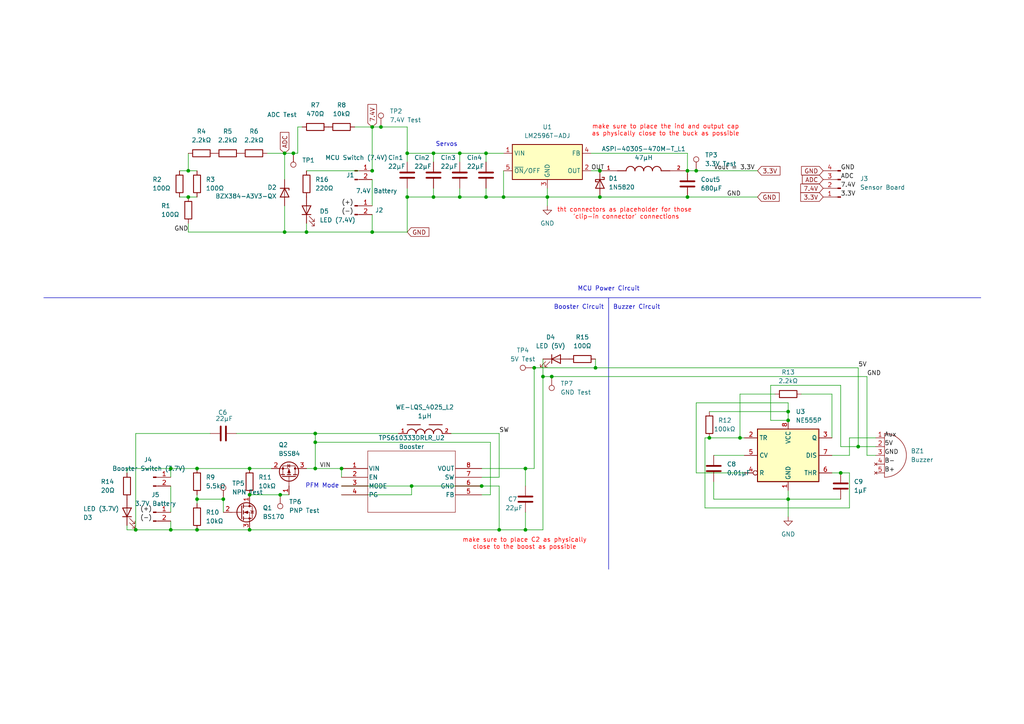
<source format=kicad_sch>
(kicad_sch (version 20231120) (generator "eeschema") (generator_version "8.0")
  (paper "A4")
  (lib_symbols
    (symbol "ASPI-4030S-470M-T:ASPI-4030S-470M-T" (pin_names (offset 1.016))
      (property "Reference" "L" (at -10.16 5.08 0))
      (property "Value" "ASPI-4030S-470M-T" (at -10.16 -5.08 0))
      (symbol "ASPI-4030S-470M-T_0_0"
        (arc (start -2.54 0) (mid -3.81 1.2645) (end -5.08 0) (stroke (width 0.254)))
        (arc (start 0 0) (mid -1.27 1.2645) (end -2.54 0) (stroke (width 0.254)))
        (polyline (pts (xy -5.08 0) (xy -7.62 0)) (stroke (width 0.254)))
        (polyline (pts (xy 5.08 0) (xy 7.62 0)) (stroke (width 0.254)))
        (arc (start 2.54 0) (mid 1.27 1.2645) (end 0 0) (stroke (width 0.254)))
        (arc (start 5.08 0) (mid 3.81 1.2645) (end 2.54 0) (stroke (width 0.254)))
        (pin passive line (at -12.7 0 0) (length 5.08) (name "~") (number "1"))
        (pin passive line (at 12.7 0 180) (length 5.08) (name "~") (number "2"))
      )
    )
    (symbol "Connector:Conn_01x02_Pin" (pin_names (offset 1.016) hide)
      (property "Reference" "J" (at 0 2.54 0))
      (property "Value" "Conn_01x02_Pin" (at 0 -5.08 0))
      (symbol "Conn_01x02_Pin_1_1"
        (polyline (pts (xy 1.27 -2.54) (xy 0.8636 -2.54)) (stroke (width 0.1524)))
        (polyline (pts (xy 1.27 0) (xy 0.8636 0)) (stroke (width 0.1524)))
        (rectangle (start 0.8636 -2.413) (end 0 -2.667) (stroke (width 0.1524)) (fill (type outline)))
        (rectangle (start 0.8636 0.127) (end 0 -0.127) (stroke (width 0.1524)) (fill (type outline)))
        (pin passive line (at 5.08 0 180) (length 3.81) (name "Pin_1") (number "1"))
        (pin passive line (at 5.08 -2.54 180) (length 3.81) (name "Pin_2") (number "2"))
      )
    )
    (symbol "Connector:Conn_01x04_Pin" (pin_names (offset 1.016) hide)
      (property "Reference" "J" (at 0 5.08 0))
      (property "Value" "Conn_01x04_Pin" (at 0 -7.62 0))
      (symbol "Conn_01x04_Pin_1_1"
        (polyline (pts (xy 1.27 -5.08) (xy 0.8636 -5.08)) (stroke (width 0.1524)))
        (polyline (pts (xy 1.27 -2.54) (xy 0.8636 -2.54)) (stroke (width 0.1524)))
        (polyline (pts (xy 1.27 0) (xy 0.8636 0)) (stroke (width 0.1524)))
        (polyline (pts (xy 1.27 2.54) (xy 0.8636 2.54)) (stroke (width 0.1524)))
        (rectangle (start 0.8636 -4.953) (end 0 -5.207) (stroke (width 0.1524)) (fill (type outline)))
        (rectangle (start 0.8636 -2.413) (end 0 -2.667) (stroke (width 0.1524)) (fill (type outline)))
        (rectangle (start 0.8636 0.127) (end 0 -0.127) (stroke (width 0.1524)) (fill (type outline)))
        (rectangle (start 0.8636 2.667) (end 0 2.413) (stroke (width 0.1524)) (fill (type outline)))
        (pin passive line (at 5.08 2.54 180) (length 3.81) (name "Pin_1") (number "1"))
        (pin passive line (at 5.08 0 180) (length 3.81) (name "Pin_2") (number "2"))
        (pin passive line (at 5.08 -2.54 180) (length 3.81) (name "Pin_3") (number "3"))
        (pin passive line (at 5.08 -5.08 180) (length 3.81) (name "Pin_4") (number "4"))
      )
    )
    (symbol "Connector:TestPoint" (pin_numbers hide) (pin_names (offset 0.762) hide)
      (property "Reference" "TP" (at 0 6.858 0))
      (property "Value" "TestPoint" (at 0 5.08 0))
      (symbol "TestPoint_0_1"
        (circle (center 0 3.302) (radius 0.762))
      )
      (symbol "TestPoint_1_1"
        (pin passive line (at 0 0 90) (length 2.54) (name "1") (number "1"))
      )
    )
    (symbol "Device:Buzzer" (pin_names (offset 0.0254) hide)
      (property "Reference" "BZ1" (at 7.62 -1.27 0))
      (property "Value" "Buzzer" (at 7.62 -3.81 0))
      (symbol "Buzzer_0_1"
        (arc (start 0 -8.89) (mid 6.35 -2.54) (end 0 3.81))
        (polyline (pts (xy 0 3.81) (xy 0 -8.89)))
      )
      (symbol "Buzzer_1_1"
        (pin passive line (at -2.54 2.54 0) (length 2.54) (name "Aux") (number "1"))
        (pin power_in line (at -2.54 0 0) (length 2.54) (name "5V") (number "2"))
        (pin power_in line (at -2.54 -2.54 0) (length 2.54) (name "G") (number "3"))
        (pin no_connect line (at -2.54 -5.08 0) (length 2.54) (name "B") (number "4"))
        (pin no_connect line (at -2.54 -7.62 0) (length 2.54) (name "") (number "5"))
      )
    )
    (symbol "Device:C" (pin_numbers hide) (pin_names (offset 0.254))
      (property "Reference" "C" (at 0.635 2.54 0))
      (property "Value" "C" (at 0.635 -2.54 0))
      (symbol "C_0_1"
        (polyline (pts (xy -2.032 -0.762) (xy 2.032 -0.762)) (stroke (width 0.508)))
        (polyline (pts (xy -2.032 0.762) (xy 2.032 0.762)) (stroke (width 0.508)))
      )
      (symbol "C_1_1"
        (pin passive line (at 0 3.81 270) (length 2.794) (name "~") (number "1"))
        (pin passive line (at 0 -3.81 90) (length 2.794) (name "~") (number "2"))
      )
    )
    (symbol "Device:D_Schottky" (pin_numbers hide) (pin_names (offset 1.016) hide)
      (property "Reference" "D" (at 0 2.54 0))
      (property "Value" "D_Schottky" (at 0 -2.54 0))
      (symbol "D_Schottky_0_1"
        (polyline (pts (xy 1.27 0) (xy -1.27 0)))
        (polyline (pts (xy 1.27 1.27) (xy 1.27 -1.27) (xy -1.27 0) (xy 1.27 1.27)) (stroke (width 0.254)))
        (polyline (pts (xy -1.905 0.635) (xy -1.905 1.27) (xy -1.27 1.27) (xy -1.27 -1.27) (xy -0.635 -1.27) (xy -0.635 -0.635)) (stroke (width 0.254)))
      )
      (symbol "D_Schottky_1_1"
        (pin passive line (at -3.81 0 0) (length 2.54) (name "K") (number "1"))
        (pin passive line (at 3.81 0 180) (length 2.54) (name "A") (number "2"))
      )
    )
    (symbol "Device:LED" (pin_numbers hide) (pin_names (offset 1.016) hide)
      (property "Reference" "D" (at 0 2.54 0))
      (property "Value" "LED" (at 0 -2.54 0))
      (symbol "LED_0_1"
        (polyline (pts (xy -1.27 -1.27) (xy -1.27 1.27)) (stroke (width 0.254)))
        (polyline (pts (xy -1.27 0) (xy 1.27 0)))
        (polyline (pts (xy 1.27 -1.27) (xy 1.27 1.27) (xy -1.27 0) (xy 1.27 -1.27)) (stroke (width 0.254)))
        (polyline (pts (xy -3.048 -0.762) (xy -4.572 -2.286) (xy -3.81 -2.286) (xy -4.572 -2.286) (xy -4.572 -1.524)))
        (polyline (pts (xy -1.778 -0.762) (xy -3.302 -2.286) (xy -2.54 -2.286) (xy -3.302 -2.286) (xy -3.302 -1.524)))
      )
      (symbol "LED_1_1"
        (pin passive line (at -3.81 0 0) (length 2.54) (name "K") (number "1"))
        (pin passive line (at 3.81 0 180) (length 2.54) (name "A") (number "2"))
      )
    )
    (symbol "Device:R" (pin_numbers hide) (pin_names (offset 0))
      (property "Reference" "R" (at 2.032 0 90))
      (property "Value" "R" (at 0 0 90))
      (symbol "R_0_1"
        (rectangle (start -1.016 -2.54) (end 1.016 2.54) (stroke (width 0.254)))
      )
      (symbol "R_1_1"
        (pin passive line (at 0 3.81 270) (length 1.27) (name "~") (number "1"))
        (pin passive line (at 0 -3.81 90) (length 1.27) (name "~") (number "2"))
      )
    )
    (symbol "Diode:1N47xxA" (pin_numbers hide) (pin_names hide)
      (property "Reference" "D" (at 0 2.54 0))
      (property "Value" "1N47xxA" (at 0 -2.54 0))
      (symbol "1N47xxA_0_1"
        (polyline (pts (xy 1.27 0) (xy -1.27 0)))
        (polyline (pts (xy -1.27 -1.27) (xy -1.27 1.27) (xy -0.762 1.27)) (stroke (width 0.254)))
        (polyline (pts (xy 1.27 -1.27) (xy 1.27 1.27) (xy -1.27 0) (xy 1.27 -1.27)) (stroke (width 0.254)))
      )
      (symbol "1N47xxA_1_1"
        (pin passive line (at -3.81 0 0) (length 2.54) (name "K") (number "1"))
        (pin passive line (at 3.81 0 180) (length 2.54) (name "A") (number "2"))
      )
    )
    (symbol "Regulator_Switching:LM2596T-ADJ"
      (property "Reference" "U" (at -10.16 6.35 0))
      (property "Value" "LM2596T-ADJ" (at 0 6.35 0))
      (symbol "LM2596T-ADJ_0_1"
        (rectangle (start -10.16 5.08) (end 10.16 -5.08) (stroke (width 0.254)) (fill (type background)))
      )
      (symbol "LM2596T-ADJ_1_1"
        (pin power_in line (at -12.7 2.54 0) (length 2.54) (name "VIN") (number "1"))
        (pin output line (at 12.7 -2.54 180) (length 2.54) (name "OUT") (number "2"))
        (pin power_in line (at 0 -7.62 90) (length 2.54) (name "GND") (number "3"))
        (pin input line (at 12.7 2.54 180) (length 2.54) (name "FB") (number "4"))
        (pin input line (at -12.7 -2.54 0) (length 2.54) (name "~{ON}/OFF") (number "5"))
      )
    )
    (symbol "TPS610333DRLR:TPS610333DRLR" (pin_names (offset 0.254))
      (property "Reference" "U" (at 20.32 10.16 0))
      (property "Value" "TPS610333DRLR" (at 20.32 7.62 0))
      (symbol "TPS610333DRLR_0_1"
        (polyline (pts (xy 7.62 -12.7) (xy 33.02 -12.7)) (stroke (width 0.127)))
        (polyline (pts (xy 7.62 5.08) (xy 7.62 -12.7)) (stroke (width 0.127)))
        (polyline (pts (xy 33.02 -12.7) (xy 33.02 5.08)) (stroke (width 0.127)))
        (polyline (pts (xy 33.02 5.08) (xy 7.62 5.08)) (stroke (width 0.127)))
        (pin input line (at 0 0 0) (length 7.62) (name "VIN") (number "1"))
        (pin input line (at 0 -2.54 0) (length 7.62) (name "EN") (number "2"))
        (pin input line (at 0 -5.08 0) (length 7.62) (name "MODE") (number "3"))
        (pin output line (at 0 -7.62 0) (length 7.62) (name "PG") (number "4"))
        (pin input line (at 40.64 -7.62 180) (length 7.62) (name "FB") (number "5"))
        (pin power_in line (at 40.64 -5.08 180) (length 7.62) (name "GND") (number "6"))
        (pin power_in line (at 40.64 -2.54 180) (length 7.62) (name "SW") (number "7"))
        (pin power_in line (at 40.64 0 180) (length 7.62) (name "VOUT") (number "8"))
      )
    )
    (symbol "Timer:NE555P"
      (property "Reference" "U" (at -10.16 8.89 0))
      (property "Value" "NE555P" (at 2.54 8.89 0))
      (symbol "NE555P_0_0"
        (pin power_in line (at 0 -10.16 90) (length 2.54) (name "GND") (number "1"))
        (pin power_in line (at 0 10.16 270) (length 2.54) (name "VCC") (number "8"))
      )
      (symbol "NE555P_0_1"
        (rectangle (start -8.89 -7.62) (end 8.89 7.62) (stroke (width 0.254)) (fill (type background)))
        (rectangle (start -8.89 -7.62) (end 8.89 7.62) (stroke (width 0.254)) (fill (type background)))
      )
      (symbol "NE555P_1_1"
        (pin input line (at -12.7 5.08 0) (length 3.81) (name "TR") (number "2"))
        (pin output line (at 12.7 5.08 180) (length 3.81) (name "Q") (number "3"))
        (pin input inverted (at -12.7 -5.08 0) (length 3.81) (name "R") (number "4"))
        (pin input line (at -12.7 0 0) (length 3.81) (name "CV") (number "5"))
        (pin input line (at 12.7 -5.08 180) (length 3.81) (name "THR") (number "6"))
        (pin input line (at 12.7 0 180) (length 3.81) (name "DIS") (number "7"))
      )
    )
    (symbol "Transistor_FET:BS170" (pin_names hide)
      (property "Reference" "Q" (at 5.08 1.905 0))
      (property "Value" "BS170" (at 5.08 0 0))
      (symbol "BS170_0_1"
        (polyline (pts (xy 0.254 0) (xy -2.54 0)))
        (polyline (pts (xy 0.254 1.905) (xy 0.254 -1.905)) (stroke (width 0.254)))
        (polyline (pts (xy 0.762 -1.27) (xy 0.762 -2.286)) (stroke (width 0.254)))
        (polyline (pts (xy 0.762 0.508) (xy 0.762 -0.508)) (stroke (width 0.254)))
        (polyline (pts (xy 0.762 2.286) (xy 0.762 1.27)) (stroke (width 0.254)))
        (polyline (pts (xy 2.54 2.54) (xy 2.54 1.778)))
        (polyline (pts (xy 2.54 -2.54) (xy 2.54 0) (xy 0.762 0)))
        (polyline (pts (xy 0.762 -1.778) (xy 3.302 -1.778) (xy 3.302 1.778) (xy 0.762 1.778)))
        (polyline (pts (xy 1.016 0) (xy 2.032 0.381) (xy 2.032 -0.381) (xy 1.016 0)) (fill (type outline)))
        (polyline (pts (xy 2.794 0.508) (xy 2.921 0.381) (xy 3.683 0.381) (xy 3.81 0.254)))
        (polyline (pts (xy 3.302 0.381) (xy 2.921 -0.254) (xy 3.683 -0.254) (xy 3.302 0.381)))
        (circle (center 1.651 0) (radius 2.794) (stroke (width 0.254)))
        (circle (center 2.54 -1.778) (radius 0.254) (fill (type outline)))
        (circle (center 2.54 1.778) (radius 0.254) (fill (type outline)))
      )
      (symbol "BS170_1_1"
        (pin passive line (at 2.54 5.08 270) (length 2.54) (name "D") (number "1"))
        (pin input line (at -5.08 0 0) (length 2.54) (name "G") (number "2"))
        (pin passive line (at 2.54 -5.08 90) (length 2.54) (name "S") (number "3"))
      )
    )
    (symbol "Transistor_FET:FDN340P" (pin_names hide)
      (property "Reference" "Q" (at 5.08 1.905 0))
      (property "Value" "FDN340P" (at 5.08 0 0))
      (symbol "FDN340P_0_1"
        (polyline (pts (xy 0.254 0) (xy -2.54 0)))
        (polyline (pts (xy 0.254 1.905) (xy 0.254 -1.905)) (stroke (width 0.254)))
        (polyline (pts (xy 0.762 -1.27) (xy 0.762 -2.286)) (stroke (width 0.254)))
        (polyline (pts (xy 0.762 0.508) (xy 0.762 -0.508)) (stroke (width 0.254)))
        (polyline (pts (xy 0.762 2.286) (xy 0.762 1.27)) (stroke (width 0.254)))
        (polyline (pts (xy 2.54 2.54) (xy 2.54 1.778)))
        (polyline (pts (xy 2.54 -2.54) (xy 2.54 0) (xy 0.762 0)))
        (polyline (pts (xy 0.762 1.778) (xy 3.302 1.778) (xy 3.302 -1.778) (xy 0.762 -1.778)))
        (polyline (pts (xy 2.286 0) (xy 1.27 0.381) (xy 1.27 -0.381) (xy 2.286 0)) (fill (type outline)))
        (polyline (pts (xy 2.794 -0.508) (xy 2.921 -0.381) (xy 3.683 -0.381) (xy 3.81 -0.254)))
        (polyline (pts (xy 3.302 -0.381) (xy 2.921 0.254) (xy 3.683 0.254) (xy 3.302 -0.381)))
        (circle (center 1.651 0) (radius 2.794) (stroke (width 0.254)))
        (circle (center 2.54 -1.778) (radius 0.254) (fill (type outline)))
        (circle (center 2.54 1.778) (radius 0.254) (fill (type outline)))
      )
      (symbol "FDN340P_1_1"
        (pin input line (at -5.08 0 0) (length 2.54) (name "G") (number "1"))
        (pin passive line (at 2.54 -5.08 90) (length 2.54) (name "S") (number "2"))
        (pin passive line (at 2.54 5.08 270) (length 2.54) (name "D") (number "3"))
      )
    )
    (symbol "WE-LQS_4025:WE-LQS_4025" (pin_names (offset 1.016))
      (property "Reference" "L" (at 0 3.81 0))
      (property "Value" "WE-LQS_4025" (at 0 -2.54 0))
      (symbol "WE-LQS_4025_0_0"
        (arc (start -2.54 0) (mid -3.81 1.2645) (end -5.08 0) (stroke (width 0.254)))
        (arc (start 0 0) (mid -1.27 1.2645) (end -2.54 0) (stroke (width 0.254)))
        (polyline (pts (xy -5.08 2.54) (xy -1.27 2.54)) (stroke (width 0.254)))
        (polyline (pts (xy 1.27 2.54) (xy 5.08 2.54)) (stroke (width 0.254)))
        (arc (start 2.54 0) (mid 1.27 1.2645) (end 0 0) (stroke (width 0.254)))
        (arc (start 5.08 0) (mid 3.81 1.2645) (end 2.54 0) (stroke (width 0.254)))
        (pin passive line (at -7.62 0 0) (length 2.54) (name "~") (number "1"))
        (pin passive line (at 7.62 0 180) (length 2.54) (name "~") (number "2"))
      )
    )
    (symbol "power:GND" (power) (pin_names (offset 0))
      (property "Value" "GND" (at 0 -3.81 0))
      (symbol "GND_0_1"
        (polyline (pts (xy 0 0) (xy 0 -1.27) (xy 1.27 -1.27) (xy 0 -2.54) (xy -1.27 -1.27) (xy 0 -1.27)))
      )
      (symbol "GND_1_1"
        (pin power_in line (at 0 0 270) (length 0) hide (name "GND") (number "1"))
      )
    )
  )
  (junction (at 110.49 36.83))
  (junction (at 85.09 44.45))
  (junction (at 133.35 57.15))
  (junction (at 199.39 57.15))
  (junction (at 118.11 44.45))
  (junction (at 49.53 153.67))
  (junction (at 54.61 57.15))
  (junction (at 214.63 127))
  (junction (at 173.99 57.15))
  (junction (at 82.55 67.31))
  (junction (at 152.4 153.67))
  (junction (at 49.53 135.89))
  (junction (at 125.73 57.15))
  (junction (at 118.11 57.15))
  (junction (at 172.72 106.68))
  (junction (at 119.38 140.97))
  (junction (at 144.78 153.67))
  (junction (at 228.6 121.92))
  (junction (at 125.73 44.45))
  (junction (at 57.15 135.89))
  (junction (at 248.92 129.54))
  (junction (at 160.02 109.22))
  (junction (at 133.35 44.45))
  (junction (at 228.6 144.78))
  (junction (at 99.06 135.89))
  (junction (at 152.4 135.89))
  (junction (at 107.95 49.53))
  (junction (at 107.95 67.31))
  (junction (at 57.15 153.67))
  (junction (at 199.39 49.53))
  (junction (at 140.97 44.45))
  (junction (at 82.55 44.45))
  (junction (at 91.44 125.73))
  (junction (at 88.9 67.31))
  (junction (at 228.6 119.38))
  (junction (at 57.15 144.78))
  (junction (at 72.39 153.67))
  (junction (at 39.37 153.67))
  (junction (at 158.75 57.15))
  (junction (at 139.7 140.97))
  (junction (at 54.61 49.53))
  (junction (at 64.77 144.78))
  (junction (at 107.95 36.83))
  (junction (at 72.39 143.51))
  (junction (at 140.97 57.15))
  (junction (at 205.74 127))
  (junction (at 72.39 135.89))
  (junction (at 173.99 49.53))
  (junction (at 91.44 135.89))
  (junction (at 201.93 49.53))
  (junction (at 146.05 57.15))
  (junction (at 154.94 106.68))
  (junction (at 243.84 137.16))
  (junction (at 91.44 128.27))
  (junction (at 81.28 143.51))
  (junction (at 157.48 109.22))
  (wire (pts (xy 199.39 57.15) (xy 219.71 57.15)))
  (wire (pts (xy 118.11 44.45) (xy 118.11 46.99)))
  (wire (pts (xy 246.38 132.08) (xy 246.38 127)))
  (wire (pts (xy 160.02 109.22) (xy 251.46 109.22)))
  (wire (pts (xy 36.83 135.89) (xy 49.53 135.89)))
  (wire (pts (xy 119.38 143.51) (xy 119.38 140.97)))
  (wire (pts (xy 99.06 135.89) (xy 99.06 138.43)))
  (wire (pts (xy 57.15 144.78) (xy 57.15 143.51)))
  (wire (pts (xy 152.4 135.89) (xy 154.94 135.89)))
  (wire (pts (xy 144.78 140.97) (xy 144.78 153.67)))
  (wire (pts (xy 57.15 153.67) (xy 72.39 153.67)))
  (wire (pts (xy 172.72 104.14) (xy 172.72 106.68)))
  (wire (pts (xy 241.3 114.3) (xy 241.3 127)))
  (wire (pts (xy 107.95 52.07) (xy 107.95 59.69)))
  (wire (pts (xy 102.87 36.83) (xy 107.95 36.83)))
  (wire (pts (xy 152.4 153.67) (xy 157.48 153.67)))
  (wire (pts (xy 72.39 135.89) (xy 78.74 135.89)))
  (wire (pts (xy 204.47 127) (xy 204.47 147.32)))
  (wire (pts (xy 248.92 129.54) (xy 254 129.54)))
  (wire (pts (xy 251.46 109.22) (xy 251.46 132.08)))
  (wire (pts (xy 52.07 49.53) (xy 54.61 49.53)))
  (wire (pts (xy 251.46 132.08) (xy 254 132.08)))
  (wire (pts (xy 144.78 153.67) (xy 152.4 153.67)))
  (wire (pts (xy 81.28 143.51) (xy 83.82 143.51)))
  (wire (pts (xy 49.53 153.67) (xy 49.53 151.13)))
  (wire (pts (xy 88.9 49.53) (xy 107.95 49.53)))
  (wire (pts (xy 107.95 49.53) (xy 107.95 36.83)))
  (wire (pts (xy 118.11 57.15) (xy 125.73 57.15)))
  (wire (pts (xy 139.7 135.89) (xy 152.4 135.89)))
  (wire (pts (xy 201.93 116.84) (xy 201.93 137.16)))
  (wire (pts (xy 49.53 135.89) (xy 57.15 135.89)))
  (wire (pts (xy 49.53 135.89) (xy 49.53 138.43)))
  (wire (pts (xy 241.3 137.16) (xy 243.84 137.16)))
  (wire (pts (xy 88.9 67.31) (xy 107.95 67.31)))
  (wire (pts (xy 36.83 153.67) (xy 39.37 153.67)))
  (wire (pts (xy 125.73 57.15) (xy 133.35 57.15)))
  (wire (pts (xy 144.78 138.43) (xy 139.7 138.43)))
  (wire (pts (xy 204.47 147.32) (xy 246.38 147.32)))
  (wire (pts (xy 107.95 62.23) (xy 107.95 67.31)))
  (polyline (pts (xy 176.53 86.36) (xy 176.53 165.1)))
  (wire (pts (xy 171.45 44.45) (xy 199.39 44.45)))
  (wire (pts (xy 118.11 57.15) (xy 118.11 67.31)))
  (wire (pts (xy 107.95 36.83) (xy 110.49 36.83)))
  (wire (pts (xy 82.55 44.45) (xy 82.55 52.07)))
  (wire (pts (xy 140.97 44.45) (xy 140.97 46.99)))
  (wire (pts (xy 140.97 54.61) (xy 140.97 57.15)))
  (wire (pts (xy 152.4 135.89) (xy 152.4 140.97)))
  (wire (pts (xy 228.6 119.38) (xy 228.6 121.92)))
  (wire (pts (xy 118.11 57.15) (xy 118.11 54.61)))
  (polyline (pts (xy 12.7 86.36) (xy 284.48 86.36)))
  (wire (pts (xy 88.9 135.89) (xy 91.44 135.89)))
  (wire (pts (xy 228.6 119.38) (xy 228.6 116.84)))
  (wire (pts (xy 223.52 111.76) (xy 243.84 111.76)))
  (wire (pts (xy 207.01 139.7) (xy 207.01 144.78)))
  (wire (pts (xy 72.39 153.67) (xy 144.78 153.67)))
  (wire (pts (xy 157.48 109.22) (xy 157.48 153.67)))
  (wire (pts (xy 172.72 106.68) (xy 248.92 106.68)))
  (wire (pts (xy 228.6 144.78) (xy 228.6 149.86)))
  (wire (pts (xy 107.95 67.31) (xy 118.11 67.31)))
  (wire (pts (xy 57.15 135.89) (xy 72.39 135.89)))
  (wire (pts (xy 39.37 125.73) (xy 60.96 125.73)))
  (wire (pts (xy 144.78 125.73) (xy 144.78 138.43)))
  (wire (pts (xy 142.24 143.51) (xy 142.24 128.27)))
  (wire (pts (xy 86.36 44.45) (xy 85.09 44.45)))
  (wire (pts (xy 173.99 57.15) (xy 199.39 57.15)))
  (wire (pts (xy 49.53 140.97) (xy 49.53 148.59)))
  (wire (pts (xy 158.75 57.15) (xy 158.75 54.61)))
  (wire (pts (xy 118.11 44.45) (xy 125.73 44.45)))
  (wire (pts (xy 82.55 59.69) (xy 82.55 67.31)))
  (wire (pts (xy 152.4 148.59) (xy 152.4 153.67)))
  (wire (pts (xy 243.84 137.16) (xy 246.38 137.16)))
  (wire (pts (xy 77.47 44.45) (xy 82.55 44.45)))
  (wire (pts (xy 54.61 44.45) (xy 54.61 49.53)))
  (wire (pts (xy 91.44 125.73) (xy 91.44 128.27)))
  (wire (pts (xy 86.36 36.83) (xy 86.36 44.45)))
  (wire (pts (xy 140.97 57.15) (xy 146.05 57.15)))
  (wire (pts (xy 140.97 44.45) (xy 146.05 44.45)))
  (wire (pts (xy 133.35 44.45) (xy 133.35 46.99)))
  (wire (pts (xy 214.63 127) (xy 214.63 114.3)))
  (wire (pts (xy 214.63 127) (xy 215.9 127)))
  (wire (pts (xy 133.35 54.61) (xy 133.35 57.15)))
  (wire (pts (xy 146.05 49.53) (xy 146.05 57.15)))
  (wire (pts (xy 125.73 44.45) (xy 133.35 44.45)))
  (wire (pts (xy 99.06 140.97) (xy 119.38 140.97)))
  (wire (pts (xy 54.61 64.77) (xy 54.61 67.31)))
  (wire (pts (xy 110.49 36.83) (xy 118.11 36.83)))
  (wire (pts (xy 243.84 129.54) (xy 248.92 129.54)))
  (wire (pts (xy 246.38 127) (xy 254 127)))
  (wire (pts (xy 201.93 49.53) (xy 219.71 49.53)))
  (wire (pts (xy 133.35 44.45) (xy 140.97 44.45)))
  (wire (pts (xy 88.9 64.77) (xy 88.9 67.31)))
  (wire (pts (xy 199.39 49.53) (xy 201.93 49.53)))
  (wire (pts (xy 214.63 114.3) (xy 224.79 114.3)))
  (wire (pts (xy 205.74 127) (xy 204.47 127)))
  (wire (pts (xy 91.44 135.89) (xy 99.06 135.89)))
  (wire (pts (xy 91.44 125.73) (xy 115.57 125.73)))
  (wire (pts (xy 205.74 119.38) (xy 228.6 119.38)))
  (wire (pts (xy 57.15 49.53) (xy 54.61 49.53)))
  (wire (pts (xy 64.77 144.78) (xy 64.77 148.59)))
  (wire (pts (xy 228.6 144.78) (xy 243.84 144.78)))
  (wire (pts (xy 171.45 49.53) (xy 173.99 49.53)))
  (wire (pts (xy 144.78 140.97) (xy 139.7 140.97)))
  (wire (pts (xy 54.61 67.31) (xy 82.55 67.31)))
  (wire (pts (xy 205.74 127) (xy 214.63 127)))
  (wire (pts (xy 119.38 140.97) (xy 139.7 140.97)))
  (wire (pts (xy 146.05 57.15) (xy 158.75 57.15)))
  (wire (pts (xy 125.73 54.61) (xy 125.73 57.15)))
  (wire (pts (xy 215.9 132.08) (xy 207.01 132.08)))
  (wire (pts (xy 157.48 109.22) (xy 160.02 109.22)))
  (wire (pts (xy 82.55 44.45) (xy 85.09 44.45)))
  (wire (pts (xy 130.81 125.73) (xy 144.78 125.73)))
  (wire (pts (xy 248.92 106.68) (xy 248.92 129.54)))
  (wire (pts (xy 36.83 152.4) (xy 36.83 153.67)))
  (wire (pts (xy 158.75 57.15) (xy 158.75 59.69)))
  (wire (pts (xy 49.53 153.67) (xy 57.15 153.67)))
  (wire (pts (xy 57.15 144.78) (xy 57.15 146.05)))
  (wire (pts (xy 228.6 116.84) (xy 201.93 116.84)))
  (wire (pts (xy 232.41 114.3) (xy 241.3 114.3)))
  (wire (pts (xy 139.7 143.51) (xy 142.24 143.51)))
  (wire (pts (xy 154.94 135.89) (xy 154.94 106.68)))
  (wire (pts (xy 158.75 57.15) (xy 173.99 57.15)))
  (wire (pts (xy 91.44 128.27) (xy 142.24 128.27)))
  (wire (pts (xy 228.6 142.24) (xy 228.6 144.78)))
  (wire (pts (xy 243.84 111.76) (xy 243.84 129.54)))
  (wire (pts (xy 54.61 57.15) (xy 57.15 57.15)))
  (wire (pts (xy 91.44 128.27) (xy 91.44 135.89)))
  (wire (pts (xy 57.15 144.78) (xy 64.77 144.78)))
  (wire (pts (xy 223.52 121.92) (xy 223.52 111.76)))
  (wire (pts (xy 39.37 153.67) (xy 49.53 153.67)))
  (wire (pts (xy 68.58 125.73) (xy 91.44 125.73)))
  (wire (pts (xy 246.38 147.32) (xy 246.38 137.16)))
  (wire (pts (xy 118.11 36.83) (xy 118.11 44.45)))
  (wire (pts (xy 99.06 143.51) (xy 119.38 143.51)))
  (wire (pts (xy 72.39 143.51) (xy 81.28 143.51)))
  (wire (pts (xy 201.93 137.16) (xy 215.9 137.16)))
  (wire (pts (xy 36.83 137.16) (xy 36.83 135.89)))
  (wire (pts (xy 125.73 44.45) (xy 125.73 46.99)))
  (wire (pts (xy 52.07 57.15) (xy 54.61 57.15)))
  (wire (pts (xy 228.6 121.92) (xy 223.52 121.92)))
  (wire (pts (xy 133.35 57.15) (xy 140.97 57.15)))
  (wire (pts (xy 207.01 144.78) (xy 228.6 144.78)))
  (wire (pts (xy 199.39 44.45) (xy 199.39 49.53)))
  (wire (pts (xy 39.37 125.73) (xy 39.37 153.67)))
  (wire (pts (xy 154.94 106.68) (xy 172.72 106.68)))
  (wire (pts (xy 86.36 36.83) (xy 87.63 36.83)))
  (wire (pts (xy 82.55 67.31) (xy 88.9 67.31)))
  (wire (pts (xy 157.48 104.14) (xy 157.48 109.22)))
  (wire (pts (xy 246.38 132.08) (xy 241.3 132.08)))
  (text "Buzzer Circuit" (at 184.658 89.154 0) (effects (font (size 1.27 1.27))))
  (text "tht connectors as placeholder for those \n'clip-in connector' connections" (at 181.61 61.976 0) (effects (font (size 1.27 1.27))))
  (text "Booster Circuit" (at 167.894 89.154 0) (effects (font (size 1.27 1.27))))
  (text "Servos" (at 129.54 41.91 0) (effects (font (size 1.27 1.27))))
  (text "PFM Mode" (at 93.472 140.97 0) (effects (font (size 1.27 1.27))))
  (text "make sure to place C2 as physically\nclose to the boost as possible" (at 152.146 157.734 0) (effects (font (size 1.27 1.27))))
  (text "make sure to place the ind and output cap\nas physically close to the buck as possible" (at 193.04 37.846 0) (effects (font (size 1.27 1.27))))
  (text "MCU Power Circuit" (at 176.53 83.82 0) (effects (font (size 1.27 1.27))))
  (label "5V" (at 248.92 106.68 0))
  (label "GND" (at 243.84 49.53 0))
  (label "Aux" (at 256.54 127 0))
  (label "3.3V" (at 243.84 57.15 0))
  (label "GND" (at 256.54 132.08 0))
  (label "Vout = 3.3V" (at 207.01 49.53 0))
  (label "GND" (at 54.61 67.31 180))
  (label "VIN" (at 92.71 135.89 0))
  (label "SW" (at 144.78 125.73 0))
  (label "(+)" (at 99.06 59.69 0))
  (label "(-)" (at 99.06 62.23 0))
  (label "GND" (at 251.46 109.22 0))
  (label "B-" (at 256.54 134.62 0))
  (label "B+" (at 256.54 137.16 0))
  (label "ADC" (at 243.84 52.07 0))
  (label "(+)" (at 40.64 148.59 0))
  (label "(-)" (at 40.64 151.13 0))
  (label "GND" (at 210.82 57.15 0))
  (label "7.4V" (at 243.84 54.61 0))
  (label "5V" (at 256.54 129.54 0))
  (label "OUT" (at 171.45 49.53 0))
  (global_label "7.4V" (shape input) (at 107.95 36.83 90) (property "Intersheetrefs" "${INTERSHEET_REFS}" (effects (hide yes))))
  (global_label "GND" (shape input) (at 238.76 49.53 180) (property "Intersheetrefs" "${INTERSHEET_REFS}" (effects (hide yes))))
  (global_label "ADC" (shape input) (at 238.76 52.07 180) (property "Intersheetrefs" "${INTERSHEET_REFS}" (effects (hide yes))))
  (global_label "3.3V" (shape input) (at 219.71 49.53 0) (property "Intersheetrefs" "${INTERSHEET_REFS}" (effects (hide yes))))
  (global_label "GND" (shape input) (at 219.71 57.15 0) (property "Intersheetrefs" "${INTERSHEET_REFS}" (effects (hide yes))))
  (global_label "7.4V" (shape input) (at 238.76 54.61 180) (property "Intersheetrefs" "${INTERSHEET_REFS}" (effects (hide yes))))
  (global_label "3.3V" (shape input) (at 238.76 57.15 180) (property "Intersheetrefs" "${INTERSHEET_REFS}" (effects (hide yes))))
  (global_label "GND" (shape input) (at 118.11 67.31 0) (property "Intersheetrefs" "${INTERSHEET_REFS}" (effects (hide yes))))
  (global_label "ADC" (shape input) (at 82.55 44.45 90) (property "Intersheetrefs" "${INTERSHEET_REFS}" (effects (hide yes))))
  (symbol (lib_id "Connector:TestPoint") (at 81.28 143.51 180) (unit 1)
    (property "Reference" "TP6" (at 83.82 145.5419 0) (effects (justify right)))
    (property "Value" "PNP Test" (at 83.82 148.0819 0) (effects (justify right)))
    (property "Footprint" "TestPoint:TestPoint_THTPad_2.0x2.0mm_Drill1.0mm" (effects (hide yes)))
    (property "Description" "test point" (effects (hide yes)))
  )
  (symbol (lib_id "Device:C") (at 152.4 144.78 0) (unit 1)
    (property "Reference" "C7" (at 147.32 144.78 0) (effects (justify left)))
    (property "Value" "22μF" (at 146.558 147.32 0) (effects (justify left)))
    (property "Footprint" "Capacitor_SMD:C_0805_2012Metric_Pad1.18x1.45mm_HandSolder" (effects (hide yes)))
    (property "Datasheet" "https://mm.digikey.com/Volume0/opasdata/d220001/medias/docus/339/CL21A226MAYNNNE_Spec.pdf" (effects (hide yes)))
    (property "Description" "Unpolarized capacitor" (effects (hide yes)))
  )
  (symbol (lib_id "Device:LED") (at 36.83 148.59 90) (unit 1)
    (property "Reference" "D3" (at 24.13 150.114 90) (effects (justify right)))
    (property "Value" "LED (3.7V)" (at 24.13 147.574 90) (effects (justify right)))
    (property "Footprint" "DigiKey:WL-SMCW_0603" (effects (hide yes)))
    (property "Description" "Light emitting diode" (effects (hide yes)))
  )
  (symbol (lib_id "Connector:TestPoint") (at 64.77 144.78 0) (unit 1)
    (property "Reference" "TP5" (at 67.31 140.2079 0) (effects (justify left)))
    (property "Value" "NPN Test" (at 67.31 142.7479 0) (effects (justify left)))
    (property "Footprint" "TestPoint:TestPoint_THTPad_2.0x2.0mm_Drill1.0mm" (effects (hide yes)))
    (property "Description" "test point" (effects (hide yes)))
  )
  (symbol (lib_id "Device:C") (at 140.97 50.8 0) (unit 1)
    (property "Reference" "Cin4" (at 135.382 45.72 0) (effects (justify left)))
    (property "Value" "22μF" (at 135.382 48.26 0) (effects (justify left)))
    (property "Footprint" "Capacitor_SMD:C_0805_2012Metric_Pad1.18x1.45mm_HandSolder" (effects (hide yes)))
    (property "Datasheet" "https://mm.digikey.com/Volume0/opasdata/d220001/medias/docus/339/CL21A226MAYNNNE_Spec.pdf" (effects (hide yes)))
    (property "Description" "Unpolarized capacitor" (effects (hide yes)))
  )
  (symbol (lib_id "Device:R") (at 72.39 139.7 0) (unit 1)
    (property "Reference" "R11" (at 74.93 138.4299 0) (effects (justify left)))
    (property "Value" "10kΩ" (at 74.93 140.9699 0) (effects (justify left)))
    (property "Footprint" "Resistor_THT:R_Axial_DIN0207_L6.3mm_D2.5mm_P7.62mm_Horizontal" (effects (hide yes)))
    (property "Description" "Resistor" (effects (hide yes)))
  )
  (symbol (lib_id "Connector:TestPoint") (at 160.02 109.22 180) (unit 1)
    (property "Reference" "TP7" (at 162.56 111.2519 0) (effects (justify right)))
    (property "Value" "GND Test" (at 162.56 113.7919 0) (effects (justify right)))
    (property "Footprint" "TestPoint:TestPoint_THTPad_2.0x2.0mm_Drill1.0mm" (effects (hide yes)))
    (property "Description" "test point" (effects (hide yes)))
  )
  (symbol (lib_id "Device:LED") (at 161.29 104.14 0) (unit 1)
    (property "Reference" "D4" (at 159.7025 97.79 0))
    (property "Value" "LED (5V)" (at 159.7025 100.33 0))
    (property "Footprint" "DigiKey:WL-SMCW_0603" (effects (hide yes)))
    (property "Description" "Light emitting diode" (effects (hide yes)))
  )
  (symbol (lib_id "Connector:TestPoint") (at 154.94 106.68 90) (unit 1)
    (property "Reference" "TP4" (at 151.638 101.6 90))
    (property "Value" "5V Test" (at 151.638 104.14 90))
    (property "Footprint" "TestPoint:TestPoint_THTPad_2.0x2.0mm_Drill1.0mm" (effects (hide yes)))
    (property "Description" "test point" (effects (hide yes)))
  )
  (symbol (lib_id "Timer:NE555P") (at 228.6 132.08 0) (unit 1)
    (property "Reference" "U3" (at 230.7941 119.38 0) (effects (justify left)))
    (property "Value" "NE555P" (at 230.7941 121.92 0) (effects (justify left)))
    (property "Footprint" "Package_DIP:DIP-8_W7.62mm" (effects (hide yes)))
    (property "Datasheet" "http://www.ti.com/lit/ds/symlink/ne555.pdf" (effects (hide yes)))
  )
  (symbol (lib_id "Connector:Conn_01x02_Pin") (at 44.45 148.59 0) (unit 1)
    (property "Reference" "J5" (at 45.085 143.51 0))
    (property "Value" "3.7V Battery" (at 45.085 146.05 0))
    (property "Footprint" "Connector_JST:JST_PH_B2B-PH-K_1x02_P2.00mm_Vertical" (effects (hide yes)))
    (property "Description" "Generic connector, single row, 01x02, script generated" (effects (hide yes)))
  )
  (symbol (lib_id "Device:C") (at 64.77 125.73 270) (unit 1)
    (property "Reference" "C6" (at 63.246 119.634 90) (effects (justify left)))
    (property "Value" "22μF" (at 62.484 121.412 90) (effects (justify left)))
    (property "Footprint" "Capacitor_SMD:C_0805_2012Metric_Pad1.18x1.45mm_HandSolder" (effects (hide yes)))
    (property "Datasheet" "https://mm.digikey.com/Volume0/opasdata/d220001/medias/docus/339/CL21A226MAYNNNE_Spec.pdf" (effects (hide yes)))
    (property "Description" "Unpolarized capacitor" (effects (hide yes)))
  )
  (symbol (lib_id "Device:R") (at 36.83 140.97 180) (unit 1)
    (property "Reference" "R14" (at 29.21 139.7 0) (effects (justify right)))
    (property "Value" "20Ω" (at 29.21 142.24 0) (effects (justify right)))
    (property "Footprint" "Resistor_SMD:R_0603_1608Metric_Pad0.98x0.95mm_HandSolder" (effects (hide yes)))
    (property "Description" "Resistor" (effects (hide yes)))
  )
  (symbol (lib_id "Device:C") (at 133.35 50.8 0) (unit 1)
    (property "Reference" "Cin3" (at 127.762 45.72 0) (effects (justify left)))
    (property "Value" "22μF" (at 127.762 48.26 0) (effects (justify left)))
    (property "Footprint" "Capacitor_SMD:C_0805_2012Metric_Pad1.18x1.45mm_HandSolder" (effects (hide yes)))
    (property "Datasheet" "https://mm.digikey.com/Volume0/opasdata/d220001/medias/docus/339/CL21A226MAYNNNE_Spec.pdf" (effects (hide yes)))
    (property "Description" "Unpolarized capacitor" (effects (hide yes)))
  )
  (symbol (lib_id "Device:R") (at 205.74 123.19 0) (unit 1)
    (property "Reference" "R12" (at 208.28 121.92 0) (effects (justify left)))
    (property "Value" "100kΩ" (at 207.01 124.46 0) (effects (justify left)))
    (property "Footprint" "Resistor_THT:R_Axial_DIN0207_L6.3mm_D2.5mm_P7.62mm_Horizontal" (effects (hide yes)))
  )
  (symbol (lib_id "Connector:Conn_01x02_Pin") (at 102.87 49.53 0) (unit 1)
    (property "Reference" "J1" (at 101.6 50.8 0))
    (property "Value" "MCU Switch (7.4V)" (at 103.378 45.72 0))
    (property "Footprint" "Connector_JST:JST_PH_B2B-PH-K_1x02_P2.00mm_Vertical" (effects (hide yes)))
    (property "Description" "Generic connector, single row, 01x02, script generated" (effects (hide yes)))
  )
  (symbol (lib_id "Connector:Conn_01x02_Pin") (at 44.45 138.43 0) (unit 1)
    (property "Reference" "J4" (at 42.926 133.35 0))
    (property "Value" "Booster Switch (3.7V)" (at 43.18 135.89 0))
    (property "Footprint" "Connector_JST:JST_PH_B2B-PH-K_1x02_P2.00mm_Vertical" (effects (hide yes)))
    (property "Description" "Generic connector, single row, 01x02, script generated" (effects (hide yes)))
  )
  (symbol (lib_id "Device:LED") (at 88.9 60.96 90) (unit 1)
    (property "Reference" "D5" (at 92.71 61.2774 90) (effects (justify right)))
    (property "Value" "LED (7.4V)" (at 92.71 63.8174 90) (effects (justify right)))
    (property "Footprint" "DigiKey:WL-SMCW_0603" (effects (hide yes)))
    (property "Description" "Light emitting diode" (effects (hide yes)))
  )
  (symbol (lib_id "Connector:TestPoint") (at 201.93 49.53 0) (unit 1)
    (property "Reference" "TP3" (at 204.47 44.9579 0) (effects (justify left)))
    (property "Value" "3.3V Test" (at 204.47 47.4979 0) (effects (justify left)))
    (property "Footprint" "TestPoint:TestPoint_THTPad_2.0x2.0mm_Drill1.0mm" (effects (hide yes)))
    (property "Description" "test point" (effects (hide yes)))
  )
  (symbol (lib_id "Device:R") (at 168.91 104.14 90) (unit 1)
    (property "Reference" "R15" (at 168.91 97.79 90))
    (property "Value" "100Ω" (at 168.91 100.33 90))
    (property "Footprint" "Resistor_SMD:R_0603_1608Metric_Pad0.98x0.95mm_HandSolder" (effects (hide yes)))
    (property "Description" "Resistor" (effects (hide yes)))
  )
  (symbol (lib_id "Device:R") (at 57.15 53.34 0) (unit 1)
    (property "Reference" "R3" (at 59.69 52.0699 0) (effects (justify left)))
    (property "Value" "100Ω" (at 59.69 54.6099 0) (effects (justify left)))
    (property "Footprint" "Resistor_THT:R_Axial_DIN0207_L6.3mm_D2.5mm_P7.62mm_Horizontal" (effects (hide yes)))
    (property "Description" "Resistor" (effects (hide yes)))
  )
  (symbol (lib_id "WE-LQS_4025:WE-LQS_4025") (at 123.19 125.73 0) (unit 1)
    (property "Reference" "WE-LQS_4025_L2" (at 123.19 118.11 0))
    (property "Value" "1μH" (at 123.19 120.65 0))
    (property "Footprint" "DigiKey:WE-LQS_4025" (effects (hide yes)))
  )
  (symbol (lib_id "Device:R") (at 57.15 149.86 0) (unit 1)
    (property "Reference" "R10" (at 59.69 148.5899 0) (effects (justify left)))
    (property "Value" "10kΩ" (at 59.69 151.1299 0) (effects (justify left)))
    (property "Footprint" "Resistor_THT:R_Axial_DIN0207_L6.3mm_D2.5mm_P7.62mm_Horizontal" (effects (hide yes)))
    (property "Description" "Resistor" (effects (hide yes)))
  )
  (symbol (lib_id "Device:R") (at 228.6 114.3 90) (unit 1)
    (property "Reference" "R13" (at 228.6 107.95 90))
    (property "Value" "2.2kΩ" (at 228.6 110.49 90))
    (property "Footprint" "Resistor_THT:R_Axial_DIN0207_L6.3mm_D2.5mm_P7.62mm_Horizontal" (effects (hide yes)))
  )
  (symbol (lib_id "Transistor_FET:BS170") (at 69.85 148.59 0) (unit 1)
    (property "Reference" "Q1" (at 76.2 147.3199 0) (effects (justify left)))
    (property "Value" "BS170" (at 76.2 149.8599 0) (effects (justify left)))
    (property "Footprint" "Package_TO_SOT_THT:TO-92_Inline" (effects (hide yes)))
    (property "Datasheet" "https://www.onsemi.com/pub/Collateral/BS170-D.PDF" (effects (hide yes)))
    (property "Description" "0.5A Id, 60V Vds, N-Channel MOSFET, TO-92" (effects (hide yes)))
  )
  (symbol (lib_id "Device:Buzzer") (at 256.54 129.54 0) (unit 1)
    (property "Reference" "BZ1" (at 264.16 130.81 0) (effects (justify left)))
    (property "Value" "Buzzer" (at 264.16 133.35 0) (effects (justify left)))
    (property "Footprint" "Custom_Footprints:Matek_Lost_Model_Beeper" (effects (hide yes)))
    (property "Description" "Buzzer, polarized" (effects (hide yes)))
  )
  (symbol (lib_id "Diode:1N47xxA") (at 82.55 55.88 270) (unit 1)
    (property "Reference" "D2" (at 80.264 54.356 90) (effects (justify right)))
    (property "Value" "BZX384-A3V3-QX" (at 80.264 56.896 90) (effects (justify right)))
    (property "Footprint" "Diode_SMD:D_SOD-323_HandSoldering" (effects (hide yes)))
    (property "Datasheet" "https://assets.nexperia.com/documents/data-sheet/BZX384-Q_SER.pdf" (effects (hide yes)))
    (property "Description" "BZX384-A3V3-QX" (effects (hide yes)))
  )
  (symbol (lib_id "Device:C") (at 199.39 53.34 0) (unit 1)
    (property "Reference" "Cout5" (at 203.2 52.0699 0) (effects (justify left)))
    (property "Value" "680μF" (at 203.2 54.6099 0) (effects (justify left)))
    (property "Footprint" "Capacitor_THT:CP_Radial_D8.0mm_P3.50mm" (effects (hide yes)))
    (property "Datasheet" "https://www.rubycon.co.jp/wp-content/uploads/catalog-aluminum/ZLH.pdf" (effects (hide yes)))
    (property "Description" "capacitor (10ZLH680MEFC8X11.5)" (effects (hide yes)))
  )
  (symbol (lib_id "Device:R") (at 52.07 53.34 0) (unit 1)
    (property "Reference" "R2" (at 44.196 52.07 0) (effects (justify left)))
    (property "Value" "100Ω" (at 44.196 54.61 0) (effects (justify left)))
    (property "Footprint" "Resistor_THT:R_Axial_DIN0207_L6.3mm_D2.5mm_P7.62mm_Horizontal" (effects (hide yes)))
    (property "Description" "Resistor" (effects (hide yes)))
  )
  (symbol (lib_id "Device:R") (at 99.06 36.83 90) (unit 1)
    (property "Reference" "R8" (at 99.06 30.48 90))
    (property "Value" "10kΩ" (at 99.06 33.02 90))
    (property "Footprint" "Resistor_THT:R_Axial_DIN0207_L6.3mm_D2.5mm_P7.62mm_Horizontal" (effects (hide yes)))
    (property "Description" "Resistor" (effects (hide yes)))
  )
  (symbol (lib_id "Device:R") (at 54.61 60.96 0) (unit 1)
    (property "Reference" "R1" (at 46.736 59.69 0) (effects (justify left)))
    (property "Value" "100Ω" (at 46.736 62.23 0) (effects (justify left)))
    (property "Footprint" "Resistor_THT:R_Axial_DIN0207_L6.3mm_D2.5mm_P7.62mm_Horizontal" (effects (hide yes)))
    (property "Description" "Resistor" (effects (hide yes)))
  )
  (symbol (lib_id "Device:R") (at 66.04 44.45 90) (unit 1)
    (property "Reference" "R5" (at 66.04 38.1 90))
    (property "Value" "2.2kΩ" (at 66.04 40.64 90))
    (property "Footprint" "Resistor_THT:R_Axial_DIN0207_L6.3mm_D2.5mm_P7.62mm_Horizontal" (effects (hide yes)))
    (property "Description" "Resistor" (effects (hide yes)))
  )
  (symbol (lib_id "Device:C") (at 243.84 140.97 0) (unit 1)
    (property "Reference" "C9" (at 247.65 139.6999 0) (effects (justify left)))
    (property "Value" "1μF" (at 247.65 142.2399 0) (effects (justify left)))
    (property "Footprint" "Capacitor_THT:CP_Radial_D5.0mm_P2.50mm" (effects (hide yes)))
  )
  (symbol (lib_id "Connector:TestPoint") (at 85.09 44.45 180) (unit 1)
    (property "Reference" "TP1" (at 87.63 46.4819 0) (effects (justify right)))
    (property "Value" "ADC Test" (at 77.47 33.274 0) (effects (justify right)))
    (property "Footprint" "TestPoint:TestPoint_THTPad_2.0x2.0mm_Drill1.0mm" (effects (hide yes)))
    (property "Description" "test point" (effects (hide yes)))
  )
  (symbol (lib_id "Device:R") (at 57.15 139.7 0) (unit 1)
    (property "Reference" "R9" (at 59.69 138.4299 0) (effects (justify left)))
    (property "Value" "5.5kΩ" (at 59.69 140.9699 0) (effects (justify left)))
    (property "Footprint" "Resistor_THT:R_Axial_DIN0207_L6.3mm_D2.5mm_P7.62mm_Horizontal" (effects (hide yes)))
    (property "Description" "Resistor" (effects (hide yes)))
  )
  (symbol (lib_id "ASPI-4030S-470M-T:ASPI-4030S-470M-T") (at 186.69 49.53 0) (unit 1)
    (property "Reference" "ASPI-4030S-470M-T_L1" (at 186.69 43.18 0))
    (property "Value" "47μH" (at 186.69 45.72 0))
    (property "Footprint" "DigiKey:IND_ASPI-4030S-470M-T" (effects (hide yes)))
    (property "PARTREV" "03.09.13" (effects (hide yes)))
    (property "MANUFACTURER" "Abracon" (effects (hide yes)))
    (property "MAXIMUM_PACKAGE_HEIGHT" "3.0 mm" (effects (hide yes)))
    (property "STANDARD" "Manufacturer Recommendations" (effects (hide yes)))
  )
  (symbol (lib_id "Device:R") (at 73.66 44.45 90) (unit 1)
    (property "Reference" "R6" (at 73.66 38.1 90))
    (property "Value" "2.2kΩ" (at 73.66 40.64 90))
    (property "Footprint" "Resistor_THT:R_Axial_DIN0207_L6.3mm_D2.5mm_P7.62mm_Horizontal" (effects (hide yes)))
    (property "Description" "Resistor" (effects (hide yes)))
  )
  (symbol (lib_id "Device:C") (at 207.01 135.89 0) (unit 1)
    (property "Reference" "C8" (at 210.82 134.6199 0) (effects (justify left)))
    (property "Value" "0.01μF" (at 210.82 137.1599 0) (effects (justify left)))
    (property "Footprint" "Capacitor_THT:C_Disc_D5.0mm_W2.5mm_P5.00mm" (effects (hide yes)))
  )
  (symbol (lib_id "Transistor_FET:FDN340P") (at 83.82 138.43 270) (mirror x) (unit 1)
    (property "Reference" "Q2" (at 80.772 129.032 90) (effects (justify left)))
    (property "Value" "BSS84" (at 80.772 131.572 90) (effects (justify left)))
    (property "Footprint" "Package_TO_SOT_SMD:SOT-23" (effects (hide yes)))
    (property "Datasheet" "https://www.onsemi.com/pdf/datasheet/bss84-d.pdf" (effects (hide yes)))
  )
  (symbol (lib_id "Connector:Conn_01x04_Pin") (at 243.84 54.61 180) (unit 1)
    (property "Reference" "J3" (at 249.428 51.816 0) (effects (justify right)))
    (property "Value" "Sensor Board" (at 249.428 54.356 0) (effects (justify right)))
    (property "Footprint" "Connector_JST:JST_PH_B4B-PH-K_1x04_P2.00mm_Vertical" (effects (hide yes)))
    (property "Description" "Generic connector, single row, 01x04, script generated" (effects (hide yes)))
  )
  (symbol (lib_id "Connector:TestPoint") (at 110.49 36.83 0) (unit 1)
    (property "Reference" "TP2" (at 113.03 32.2579 0) (effects (justify left)))
    (property "Value" "7.4V Test" (at 113.03 34.7979 0) (effects (justify left)))
    (property "Footprint" "TestPoint:TestPoint_THTPad_2.0x2.0mm_Drill1.0mm" (effects (hide yes)))
    (property "Description" "test point" (effects (hide yes)))
  )
  (symbol (lib_id "Device:R") (at 88.9 53.34 180) (unit 1)
    (property "Reference" "R16" (at 91.44 52.0699 0) (effects (justify right)))
    (property "Value" "220Ω" (at 91.44 54.6099 0) (effects (justify right)))
    (property "Footprint" "Resistor_SMD:R_0603_1608Metric_Pad0.98x0.95mm_HandSolder" (effects (hide yes)))
    (property "Description" "Resistor" (effects (hide yes)))
  )
  (symbol (lib_id "Device:C") (at 118.11 50.8 0) (unit 1)
    (property "Reference" "Cin1" (at 112.522 45.72 0) (effects (justify left)))
    (property "Value" "22μF" (at 112.522 48.26 0) (effects (justify left)))
    (property "Footprint" "Capacitor_SMD:C_0805_2012Metric_Pad1.18x1.45mm_HandSolder" (effects (hide yes)))
    (property "Datasheet" "https://mm.digikey.com/Volume0/opasdata/d220001/medias/docus/339/CL21A226MAYNNNE_Spec.pdf" (effects (hide yes)))
    (property "Description" "Unpolarized capacitor" (effects (hide yes)))
  )
  (symbol (lib_id "Connector:Conn_01x02_Pin") (at 102.87 59.69 0) (unit 1)
    (property "Reference" "J2" (at 109.982 60.96 0))
    (property "Value" "7.4V Battery" (at 109.22 55.372 0))
    (property "Footprint" "Connector_JST:JST_PH_B2B-PH-K_1x02_P2.00mm_Vertical" (effects (hide yes)))
    (property "Description" "Generic connector, single row, 01x02, script generated" (effects (hide yes)))
  )
  (symbol (lib_id "Regulator_Switching:LM2596T-ADJ") (at 158.75 46.99 0) (unit 1)
    (property "Reference" "U1" (at 158.75 36.83 0))
    (property "Value" "LM2596T-ADJ" (at 158.75 39.37 0))
    (property "Footprint" "Package_TO_SOT_THT:TO-220-5_P3.4x3.7mm_StaggerOdd_Lead3.8mm_Vertical" (effects (hide yes)))
    (property "Datasheet" "http://www.ti.com/lit/ds/symlink/lm2596.pdf" (effects (hide yes)))
    (property "Description" "Adjustable 3A 150kHz Step-Down Voltage Regulator, TO-220" (effects (hide yes)))
  )
  (symbol (lib_id "power:GND") (at 158.75 59.69 0) (unit 1)
    (property "Reference" "#PWR02" (effects (hide yes)))
    (property "Value" "GND" (at 158.75 64.77 0))
  )
  (symbol (lib_id "Device:D_Schottky") (at 173.99 53.34 270) (unit 1)
    (property "Reference" "D1" (at 176.53 51.7524 90) (effects (justify left)))
    (property "Value" "1N5820" (at 176.53 54.2924 90) (effects (justify left)))
    (property "Footprint" "Diode_THT:D_DO-201AD_P15.24mm_Horizontal" (effects (hide yes)))
    (property "Datasheet" "https://diotec.com/request/datasheet/1n5820.pdf" (effects (hide yes)))
    (property "Description" "Schottky diode" (effects (hide yes)))
  )
  (symbol (lib_id "TPS610333DRLR:TPS610333DRLR") (at 99.06 135.89 0) (unit 1)
    (property "Reference" "TPS610333DRLR_U2" (at 119.38 127 0))
    (property "Value" "Booster" (at 119.38 129.54 0))
    (property "Footprint" "DigiKey:SOT-5X3-8_DRL_TEX" (effects (hide yes)))
    (property "Datasheet" "TPS610333DRLR" (effects (hide yes)))
  )
  (symbol (lib_id "Device:C") (at 125.73 50.8 0) (unit 1)
    (property "Reference" "Cin2" (at 120.142 45.72 0) (effects (justify left)))
    (property "Value" "22μF" (at 120.142 48.26 0) (effects (justify left)))
    (property "Footprint" "Capacitor_SMD:C_0805_2012Metric_Pad1.18x1.45mm_HandSolder" (effects (hide yes)))
    (property "Datasheet" "https://mm.digikey.com/Volume0/opasdata/d220001/medias/docus/339/CL21A226MAYNNNE_Spec.pdf" (effects (hide yes)))
    (property "Description" "Unpolarized capacitor" (effects (hide yes)))
  )
  (symbol (lib_id "power:GND") (at 228.6 149.86 0) (unit 1)
    (property "Reference" "#PWR01" (effects (hide yes)))
    (property "Value" "GND" (at 228.6 154.94 0))
  )
  (symbol (lib_id "Device:R") (at 58.42 44.45 90) (unit 1)
    (property "Reference" "R4" (at 58.42 38.1 90))
    (property "Value" "2.2kΩ" (at 58.42 40.64 90))
    (property "Footprint" "Resistor_THT:R_Axial_DIN0207_L6.3mm_D2.5mm_P7.62mm_Horizontal" (effects (hide yes)))
    (property "Description" "Resistor" (effects (hide yes)))
  )
  (symbol (lib_id "Device:R") (at 91.44 36.83 90) (unit 1)
    (property "Reference" "R7" (at 91.44 30.48 90))
    (property "Value" "470Ω" (at 91.44 33.02 90))
    (property "Footprint" "Resistor_THT:R_Axial_DIN0207_L6.3mm_D2.5mm_P7.62mm_Horizontal" (effects (hide yes)))
    (property "Description" "Resistor" (effects (hide yes)))
  )
)
</source>
